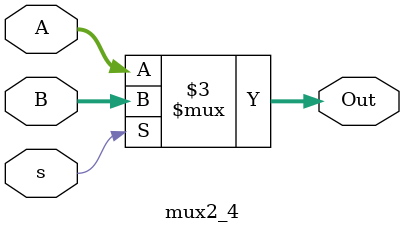
<source format=v>
module mux2_4 (output reg [3:0] Out, input wire [3:0] A, input wire [3:0] B, input wire s);

always @(A, B, s)
begin

    if (s)  
        Out = B;
    else 
        Out = A;
end

endmodule
</source>
